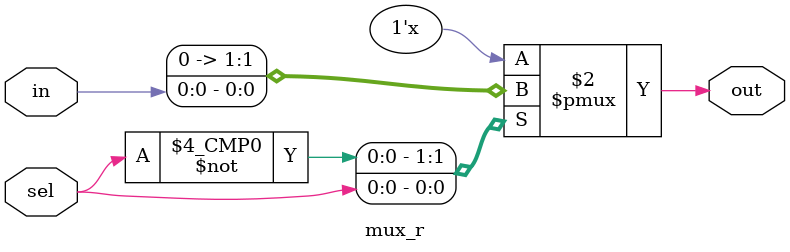
<source format=sv>
module mux_r (
    input  logic in,
    input  logic sel,
    output logic out
);

    always_comb begin
        case(sel)
            1'b0 : out = 0;
            1'b1 : out = in;
        endcase
    end

endmodule
</source>
